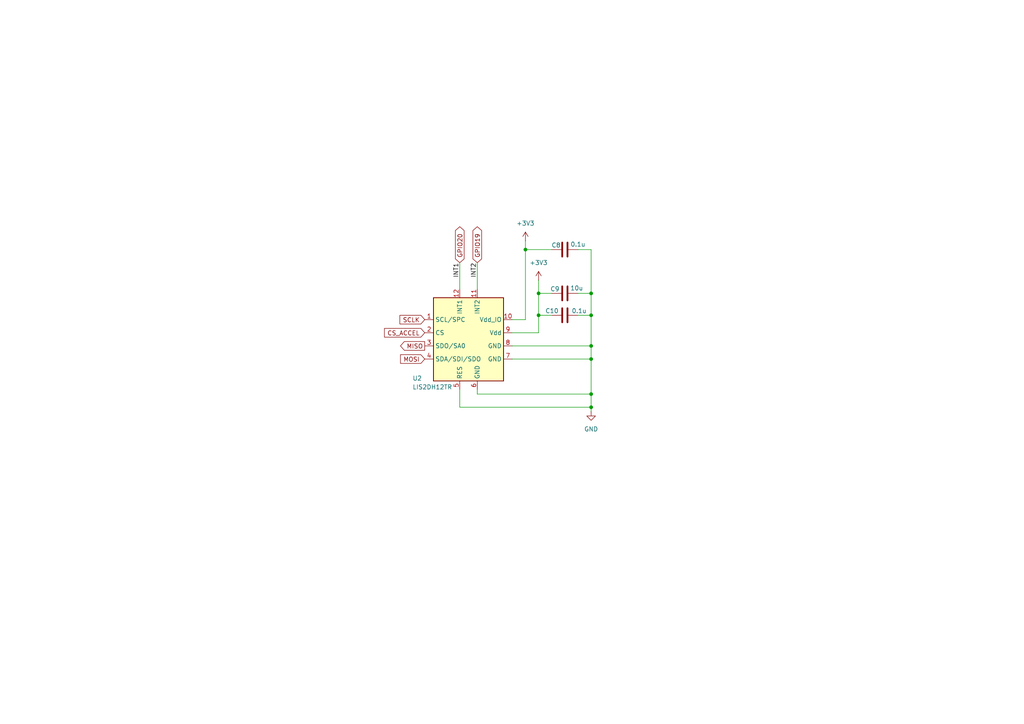
<source format=kicad_sch>
(kicad_sch (version 20250114) (generator "eeschema") (generator_version "9.0")
  (paper "A4")
  (lib_symbols
    (symbol "Device:C" (pin_numbers (hide yes)) (pin_names (offset 0.254))
      (property "Reference" "C" (at 0.635 2.54 0))
      (property "Value" "C" (at 0.635 -2.54 0))
      (symbol "C_0_1"
        (polyline (pts (xy -2.032 0.762) (xy 2.032 0.762)) (stroke (width 0.508)))
        (polyline (pts (xy -2.032 -0.762) (xy 2.032 -0.762)) (stroke (width 0.508)))
      )
      (symbol "C_1_1"
        (pin passive line (at 0 3.81 270) (length 2.794) (name "~") (number "1"))
        (pin passive line (at 0 -3.81 90) (length 2.794) (name "~") (number "2"))
      )
    )
    (symbol "Sensor_Motion:LIS2DH"
      (property "Reference" "U1" (at 7.874 -15.494 0))
      (property "Value" "LIS2DH12" (at 7.874 -18.034 0))
      (symbol "LIS2DH_0_1"
        (rectangle (start -7.62 10.16) (end 12.7 -13.97) (stroke (width 0.254)) (fill (type background)))
      )
      (symbol "LIS2DH_1_1"
        (pin input line (at -10.16 3.81 0) (length 2.54) (name "SCL/SPC") (number "1"))
        (pin input line (at -10.16 0 0) (length 2.54) (name "CS") (number "2"))
        (pin bidirectional line (at -10.16 -3.81 0) (length 2.54) (name "SDO/SA0") (number "3"))
        (pin bidirectional line (at -10.16 -7.62 0) (length 2.54) (name "SDA/SDI/SDO") (number "4"))
        (pin output line (at 0 12.7 270) (length 2.54) (name "INT1") (number "12"))
        (pin passive line (at 0 -16.51 90) (length 2.54) (hide yes) (name "GND") (number "10"))
        (pin passive line (at 0 -16.51 90) (length 2.54) (hide yes) (name "GND") (number "11"))
        (pin passive line (at 0 -16.51 90) (length 2.54) (hide yes) (name "GND") (number "12"))
        (pin passive line (at 0 -16.51 90) (length 2.54) (hide yes) (name "GND") (number "13"))
        (pin passive line (at 0 -16.51 90) (length 2.54) (hide yes) (name "GND") (number "14"))
        (pin bidirectional line (at 0 -16.51 90) (length 2.54) (name "RES") (number "5"))
        (pin output line (at 5.08 12.7 270) (length 2.54) (name "INT2") (number "11"))
        (pin bidirectional line (at 5.08 -16.51 90) (length 2.54) (name "GND") (number "6"))
        (pin bidirectional line (at 15.24 3.81 180) (length 2.54) (name "Vdd_IO") (number "10"))
        (pin bidirectional line (at 15.24 0 180) (length 2.54) (name "Vdd") (number "9"))
        (pin bidirectional line (at 15.24 -3.81 180) (length 2.54) (name "GND") (number "8"))
        (pin bidirectional line (at 15.24 -7.62 180) (length 2.54) (name "GND") (number "7"))
      )
    )
    (symbol "power:+3V3" (power) (pin_numbers (hide yes)) (pin_names (offset 0) (hide yes))
      (property "Value" "+3V3" (at 0 3.556 0))
      (symbol "+3V3_0_1"
        (polyline (pts (xy -0.762 1.27) (xy 0 2.54)))
        (polyline (pts (xy 0 2.54) (xy 0.762 1.27)))
        (polyline (pts (xy 0 0) (xy 0 2.54)))
      )
      (symbol "+3V3_1_1"
        (pin power_in line (at 0 0 90) (length 0) (name "~") (number "1"))
      )
    )
    (symbol "power:GND" (power) (pin_numbers (hide yes)) (pin_names (offset 0) (hide yes))
      (property "Value" "GND" (at 0 -3.81 0))
      (symbol "GND_0_1"
        (polyline (pts (xy 0 0) (xy 0 -1.27) (xy 1.27 -1.27) (xy 0 -2.54) (xy -1.27 -1.27) (xy 0 -1.27)))
      )
      (symbol "GND_1_1"
        (pin power_in line (at 0 0 270) (length 0) (name "~") (number "1"))
      )
    )
  )
  (junction (at 156.21 85.09))
  (junction (at 156.21 91.44))
  (junction (at 152.4 72.39))
  (junction (at 171.45 100.33))
  (junction (at 171.45 85.09))
  (junction (at 171.45 91.44))
  (junction (at 171.45 114.3))
  (junction (at 171.45 118.11))
  (junction (at 171.45 104.14))
  (wire (pts (xy 160.02 85.09) (xy 156.21 85.09)))
  (wire (pts (xy 156.21 91.44) (xy 160.02 91.44)))
  (wire (pts (xy 133.35 118.11) (xy 171.45 118.11)))
  (wire (pts (xy 167.64 72.39) (xy 171.45 72.39)))
  (wire (pts (xy 138.43 113.03) (xy 138.43 114.3)))
  (wire (pts (xy 156.21 85.09) (xy 156.21 91.44)))
  (wire (pts (xy 152.4 92.71) (xy 152.4 72.39)))
  (wire (pts (xy 171.45 91.44) (xy 171.45 100.33)))
  (wire (pts (xy 171.45 118.11) (xy 171.45 119.38)))
  (wire (pts (xy 138.43 76.2) (xy 138.43 83.82)))
  (wire (pts (xy 148.59 100.33) (xy 171.45 100.33)))
  (wire (pts (xy 148.59 96.52) (xy 156.21 96.52)))
  (wire (pts (xy 148.59 92.71) (xy 152.4 92.71)))
  (wire (pts (xy 148.59 104.14) (xy 171.45 104.14)))
  (wire (pts (xy 171.45 104.14) (xy 171.45 114.3)))
  (wire (pts (xy 138.43 114.3) (xy 171.45 114.3)))
  (wire (pts (xy 133.35 76.2) (xy 133.35 83.82)))
  (wire (pts (xy 152.4 72.39) (xy 160.02 72.39)))
  (wire (pts (xy 156.21 96.52) (xy 156.21 91.44)))
  (wire (pts (xy 171.45 85.09) (xy 171.45 91.44)))
  (wire (pts (xy 167.64 85.09) (xy 171.45 85.09)))
  (wire (pts (xy 171.45 72.39) (xy 171.45 85.09)))
  (wire (pts (xy 171.45 114.3) (xy 171.45 118.11)))
  (wire (pts (xy 171.45 100.33) (xy 171.45 104.14)))
  (wire (pts (xy 167.64 91.44) (xy 171.45 91.44)))
  (wire (pts (xy 156.21 81.28) (xy 156.21 85.09)))
  (wire (pts (xy 152.4 72.39) (xy 152.4 69.85)))
  (wire (pts (xy 133.35 113.03) (xy 133.35 118.11)))
  (label "INT2" (at 138.43 76.2 270))
  (label "INT1" (at 133.35 76.2 270))
  (global_label "GPIO19" (shape bidirectional) (at 138.43 76.2 90) (property "Intersheetrefs" "${INTERSHEET_REFS}" (effects (hide yes))))
  (global_label "GPIO20" (shape bidirectional) (at 133.35 76.2 90) (property "Intersheetrefs" "${INTERSHEET_REFS}" (effects (hide yes))))
  (global_label "MOSI" (shape input) (at 123.19 104.14 180) (property "Intersheetrefs" "${INTERSHEET_REFS}" (effects (hide yes))))
  (global_label "SCLK" (shape input) (at 123.19 92.71 180) (property "Intersheetrefs" "${INTERSHEET_REFS}" (effects (hide yes))))
  (global_label "MISO" (shape output) (at 123.19 100.33 180) (property "Intersheetrefs" "${INTERSHEET_REFS}" (effects (hide yes))))
  (global_label "CS_ACCEL" (shape input) (at 123.19 96.52 180) (property "Intersheetrefs" "${INTERSHEET_REFS}" (effects (hide yes))))
  (symbol (lib_id "Device:C") (at 163.83 91.44 270) (unit 1)
    (property "Reference" "C10" (at 162.052 90.17 90) (effects (justify right)))
    (property "Value" "0.1u" (at 170.18 90.17 90) (effects (justify right)))
    (property "Datasheet" "https://www.digikey.com.br/pt/products/detail/samsung-electro-mechanics/CL05A104KA5NNNC/3886701" (effects (hide yes)))
    (property "Description" "Unpolarized capacitor" (effects (hide yes)))
  )
  (symbol (lib_id "Device:C") (at 163.83 72.39 270) (unit 1)
    (property "Reference" "C8" (at 161.29 71.12 90))
    (property "Value" "0.1u" (at 167.64 70.866 90))
    (property "Datasheet" "https://www.digikey.com.br/pt/products/detail/samsung-electro-mechanics/CL05A104KA5NNNC/3886701" (effects (hide yes)))
    (property "Description" "Unpolarized capacitor" (effects (hide yes)))
  )
  (symbol (lib_id "Device:C") (at 163.83 85.09 270) (unit 1)
    (property "Reference" "C9" (at 162.306 83.82 90) (effects (justify right)))
    (property "Value" "10u" (at 169.164 83.566 90) (effects (justify right)))
    (property "Datasheet" "https://www.digikey.com.br/pt/products/detail/samsung-electro-mechanics/CL21A106KOQNNNG/3894417" (effects (hide yes)))
    (property "Description" "Unpolarized capacitor" (effects (hide yes)))
  )
  (symbol (lib_id "power:+3V3") (at 152.4 69.85 0) (unit 1)
    (property "Reference" "#PWR067" (effects (hide yes)))
    (property "Value" "+3V3" (at 152.4 64.77 0))
    (property "Description" "Power symbol creates a global label with name \"+3V3\"" (effects (hide yes)))
  )
  (symbol (lib_id "power:GND") (at 171.45 119.38 0) (unit 1)
    (property "Reference" "#PWR069" (effects (hide yes)))
    (property "Value" "GND" (at 171.45 124.46 0))
    (property "Description" "Power symbol creates a global label with name \"GND\" , ground" (effects (hide yes)))
  )
  (symbol (lib_id "Sensor_Motion:LIS2DH") (at 133.35 96.52 0) (unit 1)
    (property "Reference" "U2" (at 119.634 109.728 0) (effects (justify left)))
    (property "Value" "LIS2DH12TR" (at 119.634 112.268 0) (effects (justify left)))
    (property "Footprint" "Package_LGA:LGA-14_2x2mm_P0.35mm_LayoutBorder3x4y" (effects (hide yes)))
    (property "Datasheet" "https://www.digikey.com.br/pt/products/detail/stmicroelectronics/lis2dh12tr/4899892" (effects (hide yes)))
    (property "Description" "3-Axis Accelerometer, 2/4/8/16g range, I2C/SPI interface, LGA-14" (effects (hide yes)))
  )
  (symbol (lib_id "power:+3V3") (at 156.21 81.28 0) (unit 1)
    (property "Reference" "#PWR068" (effects (hide yes)))
    (property "Value" "+3V3" (at 156.21 76.2 0))
    (property "Description" "Power symbol creates a global label with name \"+3V3\"" (effects (hide yes)))
  )
)
</source>
